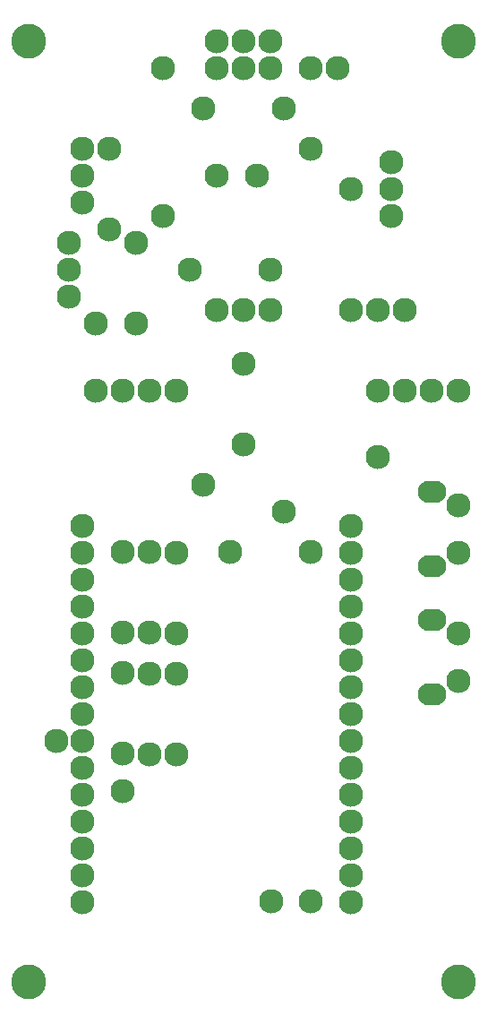
<source format=gbr>
%TF.GenerationSoftware,KiCad,Pcbnew,(5.1.6)-1*%
%TF.CreationDate,2024-01-06T07:46:22-05:00*%
%TF.ProjectId,pcb,7063622e-6b69-4636-9164-5f7063625858,rev?*%
%TF.SameCoordinates,Original*%
%TF.FileFunction,Soldermask,Bot*%
%TF.FilePolarity,Negative*%
%FSLAX46Y46*%
G04 Gerber Fmt 4.6, Leading zero omitted, Abs format (unit mm)*
G04 Created by KiCad (PCBNEW (5.1.6)-1) date 2024-01-06 07:46:22*
%MOMM*%
%LPD*%
G01*
G04 APERTURE LIST*
%ADD10C,2.300000*%
%ADD11C,3.300000*%
%ADD12C,2.100000*%
G04 APERTURE END LIST*
D10*
%TO.C,Q4*%
X24130000Y67310000D03*
X21590000Y67310000D03*
X26670000Y67310000D03*
%TD*%
%TO.C,U2*%
X34274000Y11398000D03*
X34274000Y13938000D03*
X34274000Y16478000D03*
X34274000Y19018000D03*
X34274000Y21558000D03*
X34274000Y24098000D03*
X34274000Y26638000D03*
X34274000Y29178000D03*
X34274000Y31718000D03*
X34274000Y34258000D03*
X34274000Y36798000D03*
X34274000Y39338000D03*
X34274000Y41878000D03*
X34274000Y44418000D03*
X34274000Y46958000D03*
X8874000Y46958000D03*
X8874000Y44418000D03*
X8874000Y41878000D03*
X8874000Y39338000D03*
X8874000Y36798000D03*
X8874000Y34258000D03*
X8874000Y31718000D03*
X8874000Y29178000D03*
X8874000Y26638000D03*
X8874000Y24098000D03*
X8874000Y21558000D03*
X8874000Y19018000D03*
X8874000Y16478000D03*
X8874000Y13938000D03*
X8874000Y11398000D03*
%TD*%
%TO.C,R1*%
X12700000Y36830000D03*
X12700000Y44450000D03*
%TD*%
%TO.C,R4*%
X17764000Y36798000D03*
X17764000Y44418000D03*
%TD*%
%TO.C,R6*%
X15240000Y36830000D03*
X15240000Y44450000D03*
%TD*%
D11*
%TO.C,REF\u002A\u002A*%
X44450000Y3810000D03*
%TD*%
%TO.C,REF\u002A\u002A*%
X3810000Y3810000D03*
%TD*%
%TO.C,REF\u002A\u002A*%
X44450000Y92710000D03*
%TD*%
%TO.C,REF\u002A\u002A*%
X3810000Y92710000D03*
%TD*%
D10*
%TO.C,J5*%
X44450000Y59690000D03*
X41910000Y59690000D03*
X39370000Y59690000D03*
X36830000Y59690000D03*
%TD*%
%TO.C,C1*%
X21590000Y80010000D03*
X25390000Y80010000D03*
%TD*%
%TO.C,J8*%
X39370000Y67310000D03*
X36830000Y67310000D03*
X34290000Y67310000D03*
%TD*%
%TO.C,R3*%
X12700000Y25400000D03*
X12700000Y33020000D03*
%TD*%
%TO.C,R5*%
X17764000Y25368000D03*
X17764000Y32988000D03*
%TD*%
%TO.C,R7*%
X15240000Y25368000D03*
X15240000Y32988000D03*
%TD*%
%TO.C,J1*%
X10160000Y59690000D03*
X12700000Y59690000D03*
X15240000Y59690000D03*
X17780000Y59690000D03*
%TD*%
D12*
%TO.C,SW1*%
X41644000Y38048000D03*
X41644000Y31038000D03*
X42244000Y38048000D03*
D10*
X44434000Y36798000D03*
X44434000Y32298000D03*
D12*
X42244000Y31038000D03*
%TD*%
%TO.C,SW2*%
X42244000Y43103000D03*
D10*
X44434000Y44363000D03*
X44434000Y48863000D03*
D12*
X42244000Y50113000D03*
X41644000Y43103000D03*
X41644000Y50113000D03*
%TD*%
D10*
%TO.C,D1*%
X20320000Y86360000D03*
X27940000Y86360000D03*
%TD*%
%TO.C,Q1*%
X7620000Y71120000D03*
X7620000Y68580000D03*
X7620000Y73660000D03*
%TD*%
%TO.C,Q2*%
X8890000Y77470000D03*
X8890000Y80010000D03*
X8890000Y82550000D03*
%TD*%
%TO.C,R2*%
X22860000Y44450000D03*
X30480000Y44450000D03*
%TD*%
%TO.C,R8*%
X13970000Y73660000D03*
X13970000Y66040000D03*
%TD*%
%TO.C,R9*%
X11430000Y74930000D03*
X11430000Y82550000D03*
%TD*%
%TO.C,C2*%
X30480000Y11430000D03*
X26680000Y11430000D03*
%TD*%
%TO.C,J4*%
X24130000Y90170000D03*
X24130000Y92710000D03*
%TD*%
%TO.C,J6*%
X21590000Y90170000D03*
X21590000Y92710000D03*
%TD*%
%TO.C,D2*%
X30480000Y90170000D03*
X30480000Y82550000D03*
%TD*%
%TO.C,J2*%
X26670000Y90170000D03*
X26670000Y92710000D03*
%TD*%
%TO.C,Q3*%
X38100000Y76200000D03*
X38100000Y78740000D03*
X38100000Y81280000D03*
%TD*%
%TO.C,R10*%
X26670000Y71120000D03*
X19050000Y71120000D03*
%TD*%
%TO.C,R11*%
X24130000Y62230000D03*
X24130000Y54610000D03*
%TD*%
X27940000Y48260000D03*
X36830000Y53488328D03*
X16510000Y90170000D03*
X16510000Y76200000D03*
X16510000Y76200000D03*
X16510000Y76200000D03*
X10160000Y66040000D03*
X6382000Y26638000D03*
X34290000Y78740000D03*
X33020000Y90170000D03*
X12700000Y21827634D03*
X20320000Y50800000D03*
M02*

</source>
